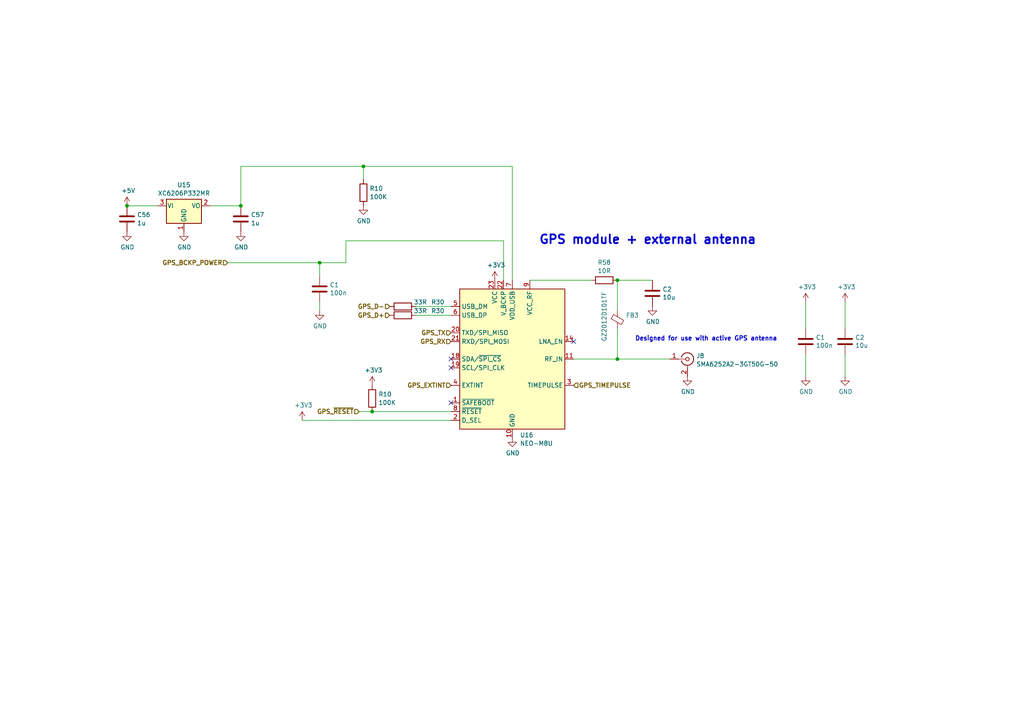
<source format=kicad_sch>
(kicad_sch (version 20230121) (generator eeschema)
  (paper "A4")
  (title_block (title "IMUnav") (date "2023-12-21") (rev "H00") (comment 1 "Inertial navigation unit"))
  (lib_symbols
    (symbol "Connector:Conn_Coaxial" (pin_names (offset 1.016) hide)
      (property "Reference" "J" (at 0.254 3.048 0))
      (property "Value" "Conn_Coaxial" (at 2.921 0 90))
      (symbol "Conn_Coaxial_0_1"
        (arc (start -1.778 -0.508) (mid 0.2311 -1.8066) (end 1.778 0) (stroke (width 0.254)))
        (polyline (pts (xy -2.54 0) (xy -0.508 0)))
        (polyline (pts (xy 0 -2.54) (xy 0 -1.778)))
        (circle (center 0 0) (radius 0.508) (stroke (width 0.2032)))
        (arc (start 1.778 0) (mid 0.2099 1.8101) (end -1.778 0.508) (stroke (width 0.254)))
      )
      (symbol "Conn_Coaxial_1_1"
        (pin passive line (at -5.08 0 0) (length 2.54) (name "In") (number "1"))
        (pin passive line (at 0 -5.08 90) (length 2.54) (name "Ext") (number "2"))
      )
    )
    (symbol "Device:C" (pin_numbers hide) (pin_names (offset 0.254))
      (property "Reference" "C" (at 0.635 2.54 0))
      (property "Value" "C" (at 0.635 -2.54 0))
      (symbol "C_0_1"
        (polyline (pts (xy -2.032 -0.762) (xy 2.032 -0.762)) (stroke (width 0.508)))
        (polyline (pts (xy -2.032 0.762) (xy 2.032 0.762)) (stroke (width 0.508)))
      )
      (symbol "C_1_1"
        (pin passive line (at 0 3.81 270) (length 2.794) (name "~") (number "1"))
        (pin passive line (at 0 -3.81 90) (length 2.794) (name "~") (number "2"))
      )
    )
    (symbol "Device:FerriteBead_Small" (pin_numbers hide) (pin_names (offset 0))
      (property "Reference" "FB" (at 1.905 1.27 0))
      (property "Value" "FerriteBead_Small" (at 1.905 -1.27 0))
      (symbol "FerriteBead_Small_0_1"
        (polyline (pts (xy 0 -1.27) (xy 0 -0.7874)))
        (polyline (pts (xy 0 0.889) (xy 0 1.2954)))
        (polyline (pts (xy -1.8288 0.2794) (xy -1.1176 1.4986) (xy 1.8288 -0.2032) (xy 1.1176 -1.4224) (xy -1.8288 0.2794)))
      )
      (symbol "FerriteBead_Small_1_1"
        (pin passive line (at 0 2.54 270) (length 1.27) (name "~") (number "1"))
        (pin passive line (at 0 -2.54 90) (length 1.27) (name "~") (number "2"))
      )
    )
    (symbol "Device:R" (pin_numbers hide) (pin_names (offset 0))
      (property "Reference" "R" (at 2.032 0 90))
      (property "Value" "R" (at 0 0 90))
      (symbol "R_0_1"
        (rectangle (start -1.016 -2.54) (end 1.016 2.54) (stroke (width 0.254)))
      )
      (symbol "R_1_1"
        (pin passive line (at 0 3.81 270) (length 1.27) (name "~") (number "1"))
        (pin passive line (at 0 -3.81 90) (length 1.27) (name "~") (number "2"))
      )
    )
    (symbol "RF_GPS:NEO-M8N"
      (property "Reference" "U" (at -13.97 21.59 0))
      (property "Value" "NEO-M8N" (at 11.43 21.59 0))
      (symbol "NEO-M8N_0_1"
        (rectangle (start -15.24 20.32) (end 15.24 -20.32) (stroke (width 0.254)) (fill (type background)))
      )
      (symbol "NEO-M8N_1_1"
        (pin input line (at -17.78 -12.7 0) (length 2.54) (name "~{SAFEBOOT}") (number "1"))
        (pin power_in line (at 0 -22.86 90) (length 2.54) (name "GND") (number "10"))
        (pin input line (at 17.78 0 180) (length 2.54) (name "RF_IN") (number "11"))
        (pin passive line (at 0 -22.86 90) (length 2.54) hide (name "GND") (number "12"))
        (pin passive line (at 0 -22.86 90) (length 2.54) hide (name "GND") (number "13"))
        (pin output line (at 17.78 5.08 180) (length 2.54) (name "LNA_EN") (number "14"))
        (pin no_connect line (at 15.24 -10.16 180) (length 2.54) hide (name "RESERVED") (number "15"))
        (pin no_connect line (at 15.24 -12.7 180) (length 2.54) hide (name "RESERVED") (number "16"))
        (pin no_connect line (at 15.24 -15.24 180) (length 2.54) hide (name "RESERVED") (number "17"))
        (pin bidirectional line (at -17.78 0 0) (length 2.54) (name "SDA/~{SPI_CS}") (number "18"))
        (pin input line (at -17.78 -2.54 0) (length 2.54) (name "SCL/SPI_CLK") (number "19"))
        (pin input line (at -17.78 -17.78 0) (length 2.54) (name "D_SEL") (number "2"))
        (pin output line (at -17.78 7.62 0) (length 2.54) (name "TXD/SPI_MISO") (number "20"))
        (pin input line (at -17.78 5.08 0) (length 2.54) (name "RXD/SPI_MOSI") (number "21"))
        (pin power_in line (at -2.54 22.86 270) (length 2.54) (name "V_BCKP") (number "22"))
        (pin power_in line (at -5.08 22.86 270) (length 2.54) (name "VCC") (number "23"))
        (pin passive line (at 0 -22.86 90) (length 2.54) hide (name "GND") (number "24"))
        (pin output line (at 17.78 -7.62 180) (length 2.54) (name "TIMEPULSE") (number "3"))
        (pin input line (at -17.78 -7.62 0) (length 2.54) (name "EXTINT") (number "4"))
        (pin bidirectional line (at -17.78 15.24 0) (length 2.54) (name "USB_DM") (number "5"))
        (pin bidirectional line (at -17.78 12.7 0) (length 2.54) (name "USB_DP") (number "6"))
        (pin power_in line (at 0 22.86 270) (length 2.54) (name "VDD_USB") (number "7"))
        (pin input line (at -17.78 -15.24 0) (length 2.54) (name "~{RESET}") (number "8"))
        (pin power_out line (at 5.08 22.86 270) (length 2.54) (name "VCC_RF") (number "9"))
      )
    )
    (symbol "Regulator_Linear:XC6206PxxxMR" (pin_names (offset 0.254))
      (property "Reference" "U" (at -3.81 3.175 0))
      (property "Value" "XC6206PxxxMR" (at 0 3.175 0))
      (symbol "XC6206PxxxMR_0_1"
        (rectangle (start -5.08 1.905) (end 5.08 -5.08) (stroke (width 0.254)) (fill (type background)))
      )
      (symbol "XC6206PxxxMR_1_1"
        (pin power_in line (at 0 -7.62 90) (length 2.54) (name "GND") (number "1"))
        (pin power_out line (at 7.62 0 180) (length 2.54) (name "VO") (number "2"))
        (pin power_in line (at -7.62 0 0) (length 2.54) (name "VI") (number "3"))
      )
    )
    (symbol "power:+3V3" (power) (pin_names (offset 0))
      (property "Value" "+3V3" (at 0 3.556 0))
      (symbol "+3V3_0_1"
        (polyline (pts (xy -0.762 1.27) (xy 0 2.54)))
        (polyline (pts (xy 0 0) (xy 0 2.54)))
        (polyline (pts (xy 0 2.54) (xy 0.762 1.27)))
      )
      (symbol "+3V3_1_1"
        (pin power_in line (at 0 0 90) (length 0) hide (name "+3V3") (number "1"))
      )
    )
    (symbol "power:+5V" (power) (pin_names (offset 0))
      (property "Value" "+5V" (at 0 3.556 0))
      (symbol "+5V_0_1"
        (polyline (pts (xy -0.762 1.27) (xy 0 2.54)))
        (polyline (pts (xy 0 0) (xy 0 2.54)))
        (polyline (pts (xy 0 2.54) (xy 0.762 1.27)))
      )
      (symbol "+5V_1_1"
        (pin power_in line (at 0 0 90) (length 0) hide (name "+5V") (number "1"))
      )
    )
    (symbol "power:GND" (power) (pin_names (offset 0))
      (property "Value" "GND" (at 0 -3.81 0))
      (symbol "GND_0_1"
        (polyline (pts (xy 0 0) (xy 0 -1.27) (xy 1.27 -1.27) (xy 0 -2.54) (xy -1.27 -1.27) (xy 0 -1.27)))
      )
      (symbol "GND_1_1"
        (pin power_in line (at 0 0 270) (length 0) hide (name "GND") (number "1"))
      )
    )
  )
  (junction (at 69.85 59.69))
  (junction (at 179.07 81.28))
  (junction (at 107.95 119.38))
  (junction (at 36.83 59.69))
  (junction (at 105.41 48.26))
  (junction (at 92.71 76.2))
  (junction (at 179.07 104.14))
  (no_connect (at 166.37 99.06))
  (no_connect (at 130.81 104.14))
  (no_connect (at 130.81 116.84))
  (no_connect (at 130.81 106.68))
  (wire (pts (xy 233.68 102.87) (xy 233.68 109.22)))
  (wire (pts (xy 105.41 48.26) (xy 105.41 52.07)))
  (wire (pts (xy 105.41 48.26) (xy 148.59 48.26)))
  (wire (pts (xy 245.11 87.63) (xy 245.11 95.25)))
  (wire (pts (xy 66.04 76.2) (xy 92.71 76.2)))
  (wire (pts (xy 179.07 81.28) (xy 179.07 90.17)))
  (wire (pts (xy 179.07 104.14) (xy 166.37 104.14)))
  (wire (pts (xy 148.59 48.26) (xy 148.59 81.28)))
  (wire (pts (xy 92.71 76.2) (xy 100.33 76.2)))
  (wire (pts (xy 36.83 59.69) (xy 45.72 59.69)))
  (wire (pts (xy 100.33 69.85) (xy 100.33 76.2)))
  (wire (pts (xy 92.71 80.01) (xy 92.71 76.2)))
  (wire (pts (xy 146.05 69.85) (xy 100.33 69.85)))
  (wire (pts (xy 87.63 121.92) (xy 130.81 121.92)))
  (wire (pts (xy 179.07 81.28) (xy 189.23 81.28)))
  (wire (pts (xy 92.71 90.17) (xy 92.71 87.63)))
  (wire (pts (xy 104.14 119.38) (xy 107.95 119.38)))
  (wire (pts (xy 120.65 88.9) (xy 130.81 88.9)))
  (wire (pts (xy 69.85 48.26) (xy 105.41 48.26)))
  (wire (pts (xy 179.07 95.25) (xy 179.07 104.14)))
  (wire (pts (xy 233.68 95.25) (xy 233.68 87.63)))
  (wire (pts (xy 120.65 91.44) (xy 130.81 91.44)))
  (wire (pts (xy 146.05 69.85) (xy 146.05 81.28)))
  (wire (pts (xy 69.85 59.69) (xy 69.85 48.26)))
  (wire (pts (xy 179.07 104.14) (xy 194.31 104.14)))
  (wire (pts (xy 245.11 102.87) (xy 245.11 109.22)))
  (wire (pts (xy 60.96 59.69) (xy 69.85 59.69)))
  (wire (pts (xy 153.67 81.28) (xy 171.45 81.28)))
  (wire (pts (xy 107.95 119.38) (xy 130.81 119.38)))
  (text "Designed for use with active GPS antenna" (at 184.15 99.06 0) (effects (font (size 1.27 1.27) bold) (justify left bottom)))
  (text "GPS module + external antenna" (at 156.21 71.12 0) (effects (font (size 2.54 2.54) (thickness 0.508) bold) (justify left bottom)))
  (hierarchical_label "GPS_~{RESET}" (shape input) (at 104.14 119.38 180) (effects (font bold)))
  (hierarchical_label "GPS_D+" (shape input) (at 113.03 91.44 180) (effects (font bold)))
  (hierarchical_label "GPS_D-" (shape input) (at 113.03 88.9 180) (effects (font (thickness 0.254) bold)))
  (hierarchical_label "GPS_RX" (shape input) (at 130.81 99.06 180) (effects (font bold)))
  (hierarchical_label "GPS_BCKP_POWER" (shape input) (at 66.04 76.2 180) (effects (font bold)))
  (hierarchical_label "GPS_TX" (shape input) (at 130.81 96.52 180) (effects (font bold)))
  (hierarchical_label "GPS_EXTINT" (shape input) (at 130.81 111.76 180) (effects (font bold)))
  (hierarchical_label "GPS_TIMEPULSE" (shape input) (at 166.37 111.76 0) (effects (font bold)))
  (symbol (lib_id "Device:R") (at 116.84 88.9 90) (unit 1)
    (property "Reference" "R30" (at 127 87.63 90))
    (property "Value" "33R" (at 121.92 87.63 90))
    (property "Footprint" "Resistor_SMD:R_0603_1608Metric" (effects hide))
    (property "LCSC" "C23140" (effects hide))
    (instances (project "IMUnav_H00" (path "" (reference "R30") (unit 1)) (path "" (reference "R56") (unit 1))))
  )
  (symbol (lib_id "power:GND") (at 245.11 109.22 0) (unit 1)
    (property "Reference" "#PWR06" (effects hide))
    (property "Value" "GND" (at 245.237 113.6142 0))
    (instances (project "IMUnav_H00" (path "" (reference "#PWR06") (unit 1)) (path "" (reference "#PWR0198") (unit 1))) (project "PaLampa_MoBo_H01" (path "" (reference "#PWR?") (unit 1))))
  )
  (symbol (lib_id "Device:FerriteBead_Small") (at 179.07 92.71 0) (unit 1)
    (property "Reference" "FB3" (at 181.5338 91.4598 0) (effects (justify left)))
    (property "Value" "GZ2012D101TF" (at 175.26 99.06 90) (effects (justify left)))
    (property "Footprint" "Resistor_SMD:R_0805_2012Metric" (effects hide))
    (property "LCSC" "C1015" (effects hide))
    (instances (project "IMUnav_H00" (path "" (reference "FB3") (unit 1)) (path "" (reference "FB4") (unit 1))))
  )
  (symbol (lib_id "Connector:Conn_Coaxial") (at 199.39 104.14 0) (unit 1)
    (property "Reference" "J8" (at 201.9301 103.2211 0) (effects (justify left)))
    (property "Value" "SMA6252A2-3GT50G-50\n" (at 201.9301 105.6453 0) (effects (justify left)))
    (property "Footprint" "Connector_Coaxial:SMA_Amphenol_901-143_Horizontal" (effects hide))
    (property "Datasheet" " ~" (effects hide))
  )
  (symbol (lib_id "power:GND") (at 105.41 59.69 0) (unit 1)
    (property "Reference" "#PWR04" (effects hide))
    (property "Value" "GND" (at 105.537 64.0842 0))
    (instances (project "IMUnav_H00" (path "" (reference "#PWR04") (unit 1)) (path "" (reference "#PWR0189") (unit 1))) (project "PaLampa_MoBo_H01" (path "" (reference "#PWR?") (unit 1))))
  )
  (symbol (lib_id "power:GND") (at 148.59 127 0) (unit 1)
    (property "Reference" "#PWR04" (effects hide))
    (property "Value" "GND" (at 148.717 131.3942 0))
    (instances (project "IMUnav_H00" (path "" (reference "#PWR04") (unit 1)) (path "" (reference "#PWR0192") (unit 1))) (project "PaLampa_MoBo_H01" (path "" (reference "#PWR?") (unit 1))))
  )
  (symbol (lib_id "Device:C") (at 92.71 83.82 0) (unit 1)
    (property "Reference" "C1" (at 95.631 82.6516 0) (effects (justify left)))
    (property "Value" "100n" (at 95.631 84.963 0) (effects (justify left)))
    (property "Footprint" "Capacitor_SMD:C_0603_1608Metric" (effects hide))
    (property "LCSC" "C14663" (effects hide))
    (instances (project "IMUnav_H00" (path "" (reference "C1") (unit 1)) (path "" (reference "C58") (unit 1))) (project "PaLampa_MoBo_H01" (path "" (reference "C?") (unit 1))))
  )
  (symbol (lib_id "power:+3V3") (at 87.63 121.92 0) (unit 1)
    (property "Reference" "#PWR03" (effects hide))
    (property "Value" "+3V3" (at 88.011 117.5258 0))
    (instances (project "IMUnav_H00" (path "" (reference "#PWR03") (unit 1)) (path "" (reference "#PWR0187") (unit 1))) (project "PaLampa_MoBo_H01" (path "" (reference "#PWR?") (unit 1))))
  )
  (symbol (lib_id "power:+3V3") (at 143.51 81.28 0) (unit 1)
    (property "Reference" "#PWR03" (effects hide))
    (property "Value" "+3V3" (at 143.891 76.8858 0))
    (instances (project "IMUnav_H00" (path "" (reference "#PWR03") (unit 1)) (path "" (reference "#PWR0191") (unit 1))) (project "PaLampa_MoBo_H01" (path "" (reference "#PWR?") (unit 1))))
  )
  (symbol (lib_id "Device:C") (at 189.23 85.09 0) (unit 1)
    (property "Reference" "C2" (at 192.151 83.9216 0) (effects (justify left)))
    (property "Value" "10u" (at 192.151 86.233 0) (effects (justify left)))
    (property "Footprint" "Capacitor_SMD:C_0805_2012Metric" (effects hide))
    (property "LCSC" "C15850" (effects hide))
    (instances (project "IMUnav_H00" (path "" (reference "C2") (unit 1)) (path "" (reference "C59") (unit 1))) (project "PaLampa_MoBo_H01" (path "" (reference "C?") (unit 1))))
  )
  (symbol (lib_id "Device:R") (at 107.95 115.57 0) (unit 1)
    (property "Reference" "R10" (at 109.728 114.3579 0) (effects (justify left)))
    (property "Value" "100K" (at 109.728 116.7821 0) (effects (justify left)))
    (property "Footprint" "Resistor_SMD:R_0603_1608Metric" (effects hide))
    (property "LCSC" "C25803" (effects hide))
    (instances (project "IMUnav_H00" (path "" (reference "R10") (unit 1)) (path "" (reference "R55") (unit 1))))
  )
  (symbol (lib_id "power:GND") (at 92.71 90.17 0) (unit 1)
    (property "Reference" "#PWR04" (effects hide))
    (property "Value" "GND" (at 92.837 94.5642 0))
    (instances (project "IMUnav_H00" (path "" (reference "#PWR04") (unit 1)) (path "" (reference "#PWR0188") (unit 1))) (project "PaLampa_MoBo_H01" (path "" (reference "#PWR?") (unit 1))))
  )
  (symbol (lib_id "Device:R") (at 175.26 81.28 90) (unit 1)
    (property "Reference" "R58" (at 175.26 76.1197 90))
    (property "Value" "10R" (at 175.26 78.5439 90))
    (property "Footprint" "Resistor_SMD:R_0603_1608Metric" (effects hide))
    (property "LCSC" "C22859" (effects hide))
  )
  (symbol (lib_id "RF_GPS:NEO-M8N") (at 148.59 104.14 0) (unit 1)
    (property "Reference" "U16" (at 150.7841 126.1801 0) (effects (justify left)))
    (property "Value" "NEO-M8U" (at 150.7841 128.6043 0) (effects (justify left)))
    (property "Footprint" "RF_GPS:ublox_NEO" (effects hide))
    (property "Datasheet" "https://content.u-blox.com/sites/default/files/NEO-M8U_DataSheet_UBX-15015679.pdf" (effects hide))
  )
  (symbol (lib_id "Device:R") (at 105.41 55.88 0) (unit 1)
    (property "Reference" "R10" (at 107.188 54.6679 0) (effects (justify left)))
    (property "Value" "100K" (at 107.188 57.0921 0) (effects (justify left)))
    (property "Footprint" "Resistor_SMD:R_0603_1608Metric" (effects hide))
    (property "LCSC" "C25803" (effects hide))
    (instances (project "IMUnav_H00" (path "" (reference "R10") (unit 1)) (path "" (reference "R54") (unit 1))))
  )
  (symbol (lib_id "power:GND") (at 69.85 67.31 0) (unit 1)
    (property "Reference" "#PWR04" (effects hide))
    (property "Value" "GND" (at 69.977 71.7042 0))
    (instances (project "IMUnav_H00" (path "" (reference "#PWR04") (unit 1)) (path "" (reference "#PWR0186") (unit 1))) (project "PaLampa_MoBo_H01" (path "" (reference "#PWR?") (unit 1))))
  )
  (symbol (lib_id "power:GND") (at 53.34 67.31 0) (unit 1)
    (property "Reference" "#PWR04" (effects hide))
    (property "Value" "GND" (at 53.467 71.7042 0))
    (instances (project "IMUnav_H00" (path "" (reference "#PWR04") (unit 1)) (path "" (reference "#PWR0185") (unit 1))) (project "PaLampa_MoBo_H01" (path "" (reference "#PWR?") (unit 1))))
  )
  (symbol (lib_id "Regulator_Linear:XC6206PxxxMR") (at 53.34 59.69 0) (unit 1)
    (property "Reference" "U15" (at 53.34 53.6407 0))
    (property "Value" "XC6206P332MR" (at 53.34 56.0649 0))
    (property "Footprint" "Package_TO_SOT_SMD:SOT-23-3" (effects hide))
    (property "Datasheet" "https://www.torexsemi.com/file/xc6206/XC6206.pdf" (effects hide))
    (property "LCSC" "C5446" (effects hide))
  )
  (symbol (lib_id "Device:C") (at 36.83 63.5 0) (unit 1)
    (property "Reference" "C56" (at 39.751 62.2879 0) (effects (justify left)))
    (property "Value" "1u" (at 39.751 64.7121 0) (effects (justify left)))
    (property "Footprint" "Capacitor_SMD:C_0603_1608Metric" (effects hide))
    (property "LCSC" "C15849" (effects hide))
  )
  (symbol (lib_id "Device:C") (at 245.11 99.06 0) (unit 1)
    (property "Reference" "C2" (at 248.031 97.8916 0) (effects (justify left)))
    (property "Value" "10u" (at 248.031 100.203 0) (effects (justify left)))
    (property "Footprint" "Capacitor_SMD:C_0805_2012Metric" (effects hide))
    (property "LCSC" "C15850" (effects hide))
    (instances (project "IMUnav_H00" (path "" (reference "C2") (unit 1)) (path "" (reference "C61") (unit 1))) (project "PaLampa_MoBo_H01" (path "" (reference "C?") (unit 1))))
  )
  (symbol (lib_id "power:GND") (at 36.83 67.31 0) (unit 1)
    (property "Reference" "#PWR04" (effects hide))
    (property "Value" "GND" (at 36.957 71.7042 0))
    (instances (project "IMUnav_H00" (path "" (reference "#PWR04") (unit 1)) (path "" (reference "#PWR0184") (unit 1))) (project "PaLampa_MoBo_H01" (path "" (reference "#PWR?") (unit 1))))
  )
  (symbol (lib_id "Device:C") (at 233.68 99.06 0) (unit 1)
    (property "Reference" "C1" (at 236.601 97.8916 0) (effects (justify left)))
    (property "Value" "100n" (at 236.601 100.203 0) (effects (justify left)))
    (property "Footprint" "Capacitor_SMD:C_0603_1608Metric" (effects hide))
    (property "LCSC" "C14663" (effects hide))
    (instances (project "IMUnav_H00" (path "" (reference "C1") (unit 1)) (path "" (reference "C60") (unit 1))) (project "PaLampa_MoBo_H01" (path "" (reference "C?") (unit 1))))
  )
  (symbol (lib_id "power:GND") (at 199.39 109.22 0) (unit 1)
    (property "Reference" "#PWR04" (effects hide))
    (property "Value" "GND" (at 199.517 113.6142 0))
    (instances (project "IMUnav_H00" (path "" (reference "#PWR04") (unit 1)) (path "" (reference "#PWR0194") (unit 1))) (project "PaLampa_MoBo_H01" (path "" (reference "#PWR?") (unit 1))))
  )
  (symbol (lib_id "Device:C") (at 69.85 63.5 0) (unit 1)
    (property "Reference" "C57" (at 72.771 62.2879 0) (effects (justify left)))
    (property "Value" "1u" (at 72.771 64.7121 0) (effects (justify left)))
    (property "Footprint" "Capacitor_SMD:C_0603_1608Metric" (effects hide))
    (property "LCSC" "C15849" (effects hide))
  )
  (symbol (lib_id "power:+3V3") (at 233.68 87.63 0) (unit 1)
    (property "Reference" "#PWR03" (effects hide))
    (property "Value" "+3V3" (at 234.061 83.2358 0))
    (instances (project "IMUnav_H00" (path "" (reference "#PWR03") (unit 1)) (path "" (reference "#PWR0195") (unit 1))) (project "PaLampa_MoBo_H01" (path "" (reference "#PWR?") (unit 1))))
  )
  (symbol (lib_id "power:GND") (at 189.23 88.9 0) (unit 1)
    (property "Reference" "#PWR04" (effects hide))
    (property "Value" "GND" (at 189.357 93.2942 0))
    (instances (project "IMUnav_H00" (path "" (reference "#PWR04") (unit 1)) (path "" (reference "#PWR0193") (unit 1))) (project "PaLampa_MoBo_H01" (path "" (reference "#PWR?") (unit 1))))
  )
  (symbol (lib_id "power:+5V") (at 36.83 59.69 0) (unit 1)
    (property "Reference" "#PWR028" (effects hide))
    (property "Value" "+5V" (at 37.211 55.2958 0))
    (instances (project "IMUnav_H00" (path "" (reference "#PWR028") (unit 1)) (path "" (reference "#PWR0183") (unit 1))) (project "PaLampa_MoBo_H01" (path "" (reference "#PWR?") (unit 1))))
  )
  (symbol (lib_id "power:+3V3") (at 245.11 87.63 0) (unit 1)
    (property "Reference" "#PWR05" (effects hide))
    (property "Value" "+3V3" (at 245.491 83.2358 0))
    (instances (project "IMUnav_H00" (path "" (reference "#PWR05") (unit 1)) (path "" (reference "#PWR0197") (unit 1))) (project "PaLampa_MoBo_H01" (path "" (reference "#PWR?") (unit 1))))
  )
  (symbol (lib_id "power:GND") (at 233.68 109.22 0) (unit 1)
    (property "Reference" "#PWR04" (effects hide))
    (property "Value" "GND" (at 233.807 113.6142 0))
    (instances (project "IMUnav_H00" (path "" (reference "#PWR04") (unit 1)) (path "" (reference "#PWR0196") (unit 1))) (project "PaLampa_MoBo_H01" (path "" (reference "#PWR?") (unit 1))))
  )
  (symbol (lib_id "Device:R") (at 116.84 91.44 90) (unit 1)
    (property "Reference" "R30" (at 127 90.17 90))
    (property "Value" "33R" (at 121.92 90.17 90))
    (property "Footprint" "Resistor_SMD:R_0603_1608Metric" (effects hide))
    (property "LCSC" "C23140" (effects hide))
    (instances (project "IMUnav_H00" (path "" (reference "R30") (unit 1)) (path "" (reference "R57") (unit 1))))
  )
  (symbol (lib_id "power:+3V3") (at 107.95 111.76 0) (unit 1)
    (property "Reference" "#PWR03" (effects hide))
    (property "Value" "+3V3" (at 108.331 107.3658 0))
    (instances (project "IMUnav_H00" (path "" (reference "#PWR03") (unit 1)) (path "" (reference "#PWR0190") (unit 1))) (project "PaLampa_MoBo_H01" (path "" (reference "#PWR?") (unit 1))))
  )
)
</source>
